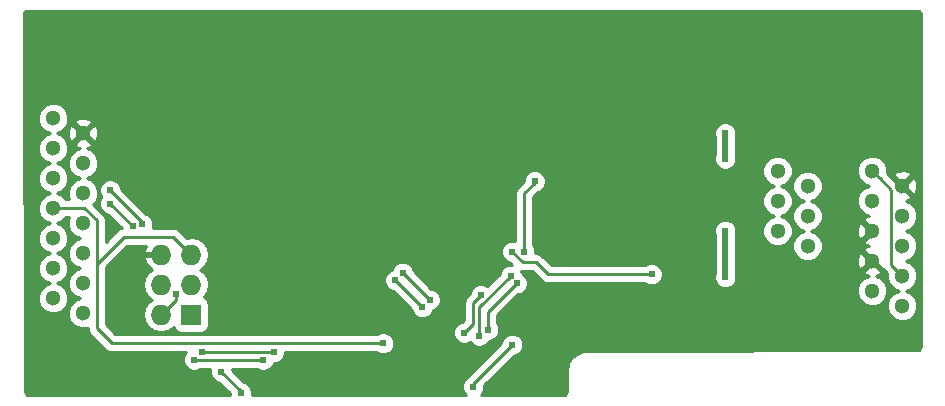
<source format=gbr>
G04 #@! TF.FileFunction,Copper,L2,Bot,Signal*
%FSLAX46Y46*%
G04 Gerber Fmt 4.6, Leading zero omitted, Abs format (unit mm)*
G04 Created by KiCad (PCBNEW 4.0.7-e2-6376~58~ubuntu16.04.1) date Fri Jan 19 22:13:33 2018*
%MOMM*%
%LPD*%
G01*
G04 APERTURE LIST*
%ADD10C,0.100000*%
%ADD11C,1.300000*%
%ADD12R,1.727200X1.727200*%
%ADD13O,1.727200X1.727200*%
%ADD14C,0.609600*%
%ADD15C,0.254000*%
%ADD16C,0.508000*%
G04 APERTURE END LIST*
D10*
D11*
X122047000Y-54864000D03*
X122047000Y-52324000D03*
X122047000Y-49784000D03*
X122047000Y-57404000D03*
X124587000Y-51054000D03*
X124587000Y-53594000D03*
X124587000Y-56134000D03*
X124587000Y-58674000D03*
X122047000Y-59944000D03*
X124587000Y-61214000D03*
X122047000Y-62484000D03*
X124587000Y-63754000D03*
X122047000Y-65024000D03*
X124587000Y-66294000D03*
X191389000Y-59309000D03*
X191389000Y-56769000D03*
X191389000Y-54229000D03*
X191389000Y-61849000D03*
X193929000Y-55499000D03*
X193929000Y-58039000D03*
X193929000Y-60579000D03*
X193929000Y-63119000D03*
X191389000Y-64389000D03*
X193929000Y-65659000D03*
D12*
X133731000Y-66421000D03*
D13*
X131191000Y-66421000D03*
X133731000Y-63881000D03*
X131191000Y-63881000D03*
X133731000Y-61341000D03*
X131191000Y-61341000D03*
D11*
X183388000Y-59309000D03*
X183388000Y-56769000D03*
X183388000Y-54229000D03*
X185928000Y-55499000D03*
X185928000Y-58039000D03*
X185928000Y-60579000D03*
D14*
X132461000Y-64643000D03*
X162814000Y-55118000D03*
X161925000Y-61087000D03*
X158242000Y-64770000D03*
X156845000Y-67945000D03*
X131826000Y-57658000D03*
X133096000Y-51689000D03*
X137160000Y-56388000D03*
X147320000Y-54102000D03*
X175260000Y-50673000D03*
X177165000Y-44831000D03*
X151511000Y-41910000D03*
X150876000Y-49276000D03*
X152781000Y-57658000D03*
X165608000Y-65786000D03*
X170688000Y-54483000D03*
X171450000Y-65532000D03*
X141224000Y-46101000D03*
X138176000Y-41656000D03*
X136271000Y-45720000D03*
X178943000Y-51054000D03*
X178943000Y-53213000D03*
X178943000Y-59309000D03*
X178943000Y-63246000D03*
X128778000Y-58928000D03*
X126873000Y-57023000D03*
X129603500Y-58737500D03*
X126873000Y-55880000D03*
X157607000Y-72517000D03*
X160909000Y-68961000D03*
X161290000Y-63754000D03*
X158877000Y-67691000D03*
X160782000Y-63119000D03*
X158115000Y-68199000D03*
X160909000Y-61087000D03*
X172720000Y-62992000D03*
X136271000Y-71247000D03*
X137922000Y-73025000D03*
X153924000Y-65151000D03*
X151638000Y-62865000D03*
X153289000Y-65786000D03*
X151003000Y-63500000D03*
X149987000Y-68834000D03*
X134620000Y-69596000D03*
X140716000Y-69596000D03*
X133985000Y-70231000D03*
X139827000Y-70231000D03*
D15*
X132461000Y-64643000D02*
X132461000Y-65151000D01*
X132461000Y-65151000D02*
X131191000Y-66421000D01*
X161925000Y-56134000D02*
X162814000Y-55245000D01*
X162814000Y-55245000D02*
X162814000Y-55118000D01*
X161925000Y-61087000D02*
X161925000Y-56134000D01*
X157607000Y-65405000D02*
X158242000Y-64770000D01*
X157607000Y-67183000D02*
X157607000Y-65405000D01*
X156845000Y-67945000D02*
X157607000Y-67183000D01*
X193929000Y-63119000D02*
X192999599Y-62189599D01*
X192999599Y-62189599D02*
X192999599Y-55839599D01*
X192999599Y-55839599D02*
X192038999Y-54878999D01*
X192038999Y-54878999D02*
X191389000Y-54229000D01*
D16*
X178943000Y-53213000D02*
X178943000Y-51054000D01*
X178943000Y-63246000D02*
X178943000Y-59309000D01*
D15*
X126873000Y-57023000D02*
X128778000Y-58928000D01*
X126873000Y-55880000D02*
X129603500Y-58610500D01*
X129603500Y-58610500D02*
X129603500Y-58737500D01*
X157607000Y-72263000D02*
X157607000Y-72517000D01*
X160909000Y-68961000D02*
X160604201Y-69265799D01*
X160604201Y-69265799D02*
X157607000Y-72263000D01*
X161290000Y-63754000D02*
X158877000Y-66167000D01*
X158877000Y-66167000D02*
X158877000Y-67691000D01*
X160782000Y-63119000D02*
X158115000Y-65786000D01*
X158115000Y-65786000D02*
X158115000Y-65913000D01*
X158115000Y-65913000D02*
X158115000Y-68199000D01*
X162941000Y-61976000D02*
X161798000Y-61976000D01*
X161798000Y-61976000D02*
X160909000Y-61087000D01*
X163957000Y-62992000D02*
X162941000Y-61976000D01*
X172288948Y-62992000D02*
X163957000Y-62992000D01*
X172720000Y-62992000D02*
X172288948Y-62992000D01*
X137922000Y-73025000D02*
X137922000Y-72898000D01*
X137922000Y-72898000D02*
X136271000Y-71247000D01*
X151638000Y-62865000D02*
X153924000Y-65151000D01*
X151003000Y-63500000D02*
X153289000Y-65786000D01*
X128016000Y-59817000D02*
X132207000Y-59817000D01*
X132207000Y-59817000D02*
X133731000Y-61341000D01*
X125730000Y-62103000D02*
X128016000Y-59817000D01*
X125730000Y-62484000D02*
X125730000Y-58441486D01*
X125730000Y-67564000D02*
X125730000Y-62484000D01*
X125730000Y-62484000D02*
X125730000Y-62103000D01*
X149987000Y-68834000D02*
X127000000Y-68834000D01*
X122966238Y-57404000D02*
X122047000Y-57404000D01*
X127000000Y-68834000D02*
X125730000Y-67564000D01*
X125730000Y-58441486D02*
X124692514Y-57404000D01*
X124692514Y-57404000D02*
X122966238Y-57404000D01*
X140716000Y-69596000D02*
X134620000Y-69596000D01*
X139827000Y-70231000D02*
X133985000Y-70231000D01*
G36*
X195389179Y-40741477D02*
X195442737Y-40777263D01*
X195478523Y-40830821D01*
X195505000Y-40963931D01*
X195505000Y-69145069D01*
X195478523Y-69278179D01*
X195442737Y-69331737D01*
X195389179Y-69367523D01*
X195254487Y-69394315D01*
X167128802Y-69521007D01*
X167061832Y-69534642D01*
X166653280Y-69602313D01*
X166557770Y-69641875D01*
X166397339Y-69708328D01*
X166108927Y-69901039D01*
X165913039Y-70096927D01*
X165720328Y-70385339D01*
X165679047Y-70485001D01*
X165614313Y-70641280D01*
X165546642Y-70981486D01*
X165546642Y-71051416D01*
X165533000Y-71120000D01*
X165533000Y-72955069D01*
X165506523Y-73088179D01*
X165470737Y-73141737D01*
X165417179Y-73177523D01*
X165284069Y-73204000D01*
X158249039Y-73204000D01*
X158403259Y-73050049D01*
X158546637Y-72704758D01*
X158546902Y-72400728D01*
X161046710Y-69900921D01*
X161095118Y-69900963D01*
X161440659Y-69758188D01*
X161705259Y-69494049D01*
X161848637Y-69148758D01*
X161848963Y-68774882D01*
X161706188Y-68429341D01*
X161442049Y-68164741D01*
X161096758Y-68021363D01*
X160722882Y-68021037D01*
X160377341Y-68163812D01*
X160112741Y-68427951D01*
X159969363Y-68773242D01*
X159969320Y-68823049D01*
X157068185Y-71724185D01*
X157062626Y-71732505D01*
X156810741Y-71983951D01*
X156667363Y-72329242D01*
X156667037Y-72703118D01*
X156809812Y-73048659D01*
X156964882Y-73204000D01*
X138861645Y-73204000D01*
X138861963Y-72838882D01*
X138719188Y-72493341D01*
X138455049Y-72228741D01*
X138241839Y-72140208D01*
X137210921Y-71109291D01*
X137210963Y-71060882D01*
X137182915Y-70993000D01*
X139259752Y-70993000D01*
X139293951Y-71027259D01*
X139639242Y-71170637D01*
X140013118Y-71170963D01*
X140358659Y-71028188D01*
X140623259Y-70764049D01*
X140718036Y-70535802D01*
X140902118Y-70535963D01*
X141247659Y-70393188D01*
X141512259Y-70129049D01*
X141655637Y-69783758D01*
X141655801Y-69596000D01*
X149419752Y-69596000D01*
X149453951Y-69630259D01*
X149799242Y-69773637D01*
X150173118Y-69773963D01*
X150518659Y-69631188D01*
X150783259Y-69367049D01*
X150926637Y-69021758D01*
X150926963Y-68647882D01*
X150784188Y-68302341D01*
X150613264Y-68131118D01*
X155905037Y-68131118D01*
X156047812Y-68476659D01*
X156311951Y-68741259D01*
X156657242Y-68884637D01*
X157031118Y-68884963D01*
X157343145Y-68756036D01*
X157581951Y-68995259D01*
X157927242Y-69138637D01*
X158301118Y-69138963D01*
X158646659Y-68996188D01*
X158911259Y-68732049D01*
X158953274Y-68630867D01*
X159063118Y-68630963D01*
X159408659Y-68488188D01*
X159673259Y-68224049D01*
X159816637Y-67878758D01*
X159816963Y-67504882D01*
X159674188Y-67159341D01*
X159639000Y-67124092D01*
X159639000Y-66482630D01*
X161427710Y-64693921D01*
X161476118Y-64693963D01*
X161598293Y-64643481D01*
X190103777Y-64643481D01*
X190298995Y-65115943D01*
X190660155Y-65477735D01*
X191132276Y-65673777D01*
X191643481Y-65674223D01*
X192115943Y-65479005D01*
X192477735Y-65117845D01*
X192673777Y-64645724D01*
X192674223Y-64134519D01*
X192479005Y-63662057D01*
X192117845Y-63300265D01*
X191681800Y-63119203D01*
X191718428Y-63117083D01*
X192052729Y-62978611D01*
X192108410Y-62748016D01*
X191389000Y-62028605D01*
X190669590Y-62748016D01*
X190725271Y-62978611D01*
X191111860Y-63113139D01*
X190662057Y-63298995D01*
X190300265Y-63660155D01*
X190104223Y-64132276D01*
X190103777Y-64643481D01*
X161598293Y-64643481D01*
X161821659Y-64551188D01*
X162086259Y-64287049D01*
X162229637Y-63941758D01*
X162229963Y-63567882D01*
X162087188Y-63222341D01*
X161823049Y-62957741D01*
X161713426Y-62912221D01*
X161627419Y-62704069D01*
X161798000Y-62738000D01*
X162625370Y-62738000D01*
X163418185Y-63530815D01*
X163665395Y-63695996D01*
X163957000Y-63754000D01*
X172152752Y-63754000D01*
X172186951Y-63788259D01*
X172532242Y-63931637D01*
X172906118Y-63931963D01*
X173251659Y-63789188D01*
X173516259Y-63525049D01*
X173659637Y-63179758D01*
X173659963Y-62805882D01*
X173517188Y-62460341D01*
X173253049Y-62195741D01*
X172907758Y-62052363D01*
X172533882Y-62052037D01*
X172188341Y-62194812D01*
X172153092Y-62230000D01*
X164272630Y-62230000D01*
X163479815Y-61437185D01*
X163392144Y-61378605D01*
X163232605Y-61272004D01*
X162941000Y-61214000D01*
X162864690Y-61214000D01*
X162864963Y-60900882D01*
X162722188Y-60555341D01*
X162687000Y-60520092D01*
X162687000Y-59495118D01*
X178003037Y-59495118D01*
X178054000Y-59618458D01*
X178054000Y-62936295D01*
X178003363Y-63058242D01*
X178003037Y-63432118D01*
X178145812Y-63777659D01*
X178409951Y-64042259D01*
X178755242Y-64185637D01*
X179129118Y-64185963D01*
X179474659Y-64043188D01*
X179739259Y-63779049D01*
X179882637Y-63433758D01*
X179882963Y-63059882D01*
X179832000Y-62936542D01*
X179832000Y-59618705D01*
X179882637Y-59496758D01*
X179882963Y-59122882D01*
X179740188Y-58777341D01*
X179476049Y-58512741D01*
X179130758Y-58369363D01*
X178756882Y-58369037D01*
X178411341Y-58511812D01*
X178146741Y-58775951D01*
X178003363Y-59121242D01*
X178003037Y-59495118D01*
X162687000Y-59495118D01*
X162687000Y-56449630D01*
X163133976Y-56002654D01*
X163345659Y-55915188D01*
X163610259Y-55651049D01*
X163753637Y-55305758D01*
X163753963Y-54931882D01*
X163611188Y-54586341D01*
X163508508Y-54483481D01*
X182102777Y-54483481D01*
X182297995Y-54955943D01*
X182659155Y-55317735D01*
X183096182Y-55499205D01*
X182661057Y-55678995D01*
X182299265Y-56040155D01*
X182103223Y-56512276D01*
X182102777Y-57023481D01*
X182297995Y-57495943D01*
X182659155Y-57857735D01*
X183096182Y-58039205D01*
X182661057Y-58218995D01*
X182299265Y-58580155D01*
X182103223Y-59052276D01*
X182102777Y-59563481D01*
X182297995Y-60035943D01*
X182659155Y-60397735D01*
X183131276Y-60593777D01*
X183642481Y-60594223D01*
X184114943Y-60399005D01*
X184476735Y-60037845D01*
X184672777Y-59565724D01*
X184673223Y-59054519D01*
X184478005Y-58582057D01*
X184116845Y-58220265D01*
X183679818Y-58038795D01*
X184114943Y-57859005D01*
X184476735Y-57497845D01*
X184672777Y-57025724D01*
X184673223Y-56514519D01*
X184478005Y-56042057D01*
X184189934Y-55753481D01*
X184642777Y-55753481D01*
X184837995Y-56225943D01*
X185199155Y-56587735D01*
X185636182Y-56769205D01*
X185201057Y-56948995D01*
X184839265Y-57310155D01*
X184643223Y-57782276D01*
X184642777Y-58293481D01*
X184837995Y-58765943D01*
X185199155Y-59127735D01*
X185636182Y-59309205D01*
X185201057Y-59488995D01*
X184839265Y-59850155D01*
X184643223Y-60322276D01*
X184642777Y-60833481D01*
X184837995Y-61305943D01*
X185199155Y-61667735D01*
X185671276Y-61863777D01*
X186182481Y-61864223D01*
X186654943Y-61669005D01*
X186655871Y-61668078D01*
X190091378Y-61668078D01*
X190120917Y-62178428D01*
X190259389Y-62512729D01*
X190489984Y-62568410D01*
X191209395Y-61849000D01*
X190489984Y-61129590D01*
X190259389Y-61185271D01*
X190091378Y-61668078D01*
X186655871Y-61668078D01*
X187016735Y-61307845D01*
X187212777Y-60835724D01*
X187213223Y-60324519D01*
X187018005Y-59852057D01*
X186656845Y-59490265D01*
X186219818Y-59308795D01*
X186654943Y-59129005D01*
X186655871Y-59128078D01*
X190091378Y-59128078D01*
X190120917Y-59638428D01*
X190259389Y-59972729D01*
X190489984Y-60028410D01*
X191209395Y-59309000D01*
X190489984Y-58589590D01*
X190259389Y-58645271D01*
X190091378Y-59128078D01*
X186655871Y-59128078D01*
X187016735Y-58767845D01*
X187212777Y-58295724D01*
X187213223Y-57784519D01*
X187018005Y-57312057D01*
X186656845Y-56950265D01*
X186219818Y-56768795D01*
X186654943Y-56589005D01*
X187016735Y-56227845D01*
X187212777Y-55755724D01*
X187213223Y-55244519D01*
X187018005Y-54772057D01*
X186729934Y-54483481D01*
X190103777Y-54483481D01*
X190298995Y-54955943D01*
X190660155Y-55317735D01*
X191097182Y-55499205D01*
X190662057Y-55678995D01*
X190300265Y-56040155D01*
X190104223Y-56512276D01*
X190103777Y-57023481D01*
X190298995Y-57495943D01*
X190660155Y-57857735D01*
X191096200Y-58038797D01*
X191059572Y-58040917D01*
X190725271Y-58179389D01*
X190669590Y-58409984D01*
X191389000Y-59129395D01*
X191403142Y-59115252D01*
X191582748Y-59294858D01*
X191568605Y-59309000D01*
X191582748Y-59323142D01*
X191403142Y-59502748D01*
X191389000Y-59488605D01*
X190669590Y-60208016D01*
X190725271Y-60438611D01*
X191123566Y-60577213D01*
X191059572Y-60580917D01*
X190725271Y-60719389D01*
X190669590Y-60949984D01*
X191389000Y-61669395D01*
X191403142Y-61655252D01*
X191582748Y-61834858D01*
X191568605Y-61849000D01*
X192288016Y-62568410D01*
X192344723Y-62554717D01*
X192418589Y-62665265D01*
X192460784Y-62728414D01*
X192644180Y-62911810D01*
X192643777Y-63373481D01*
X192838995Y-63845943D01*
X193200155Y-64207735D01*
X193637182Y-64389205D01*
X193202057Y-64568995D01*
X192840265Y-64930155D01*
X192644223Y-65402276D01*
X192643777Y-65913481D01*
X192838995Y-66385943D01*
X193200155Y-66747735D01*
X193672276Y-66943777D01*
X194183481Y-66944223D01*
X194655943Y-66749005D01*
X195017735Y-66387845D01*
X195213777Y-65915724D01*
X195214223Y-65404519D01*
X195019005Y-64932057D01*
X194657845Y-64570265D01*
X194220818Y-64388795D01*
X194655943Y-64209005D01*
X195017735Y-63847845D01*
X195213777Y-63375724D01*
X195214223Y-62864519D01*
X195019005Y-62392057D01*
X194657845Y-62030265D01*
X194220818Y-61848795D01*
X194655943Y-61669005D01*
X195017735Y-61307845D01*
X195213777Y-60835724D01*
X195214223Y-60324519D01*
X195019005Y-59852057D01*
X194657845Y-59490265D01*
X194220818Y-59308795D01*
X194655943Y-59129005D01*
X195017735Y-58767845D01*
X195213777Y-58295724D01*
X195214223Y-57784519D01*
X195019005Y-57312057D01*
X194657845Y-56950265D01*
X194221800Y-56769203D01*
X194258428Y-56767083D01*
X194592729Y-56628611D01*
X194648410Y-56398016D01*
X193929000Y-55678605D01*
X193914858Y-55692748D01*
X193735253Y-55513143D01*
X193749395Y-55499000D01*
X194108605Y-55499000D01*
X194828016Y-56218410D01*
X195058611Y-56162729D01*
X195226622Y-55679922D01*
X195197083Y-55169572D01*
X195058611Y-54835271D01*
X194828016Y-54779590D01*
X194108605Y-55499000D01*
X193749395Y-55499000D01*
X193029984Y-54779590D01*
X193019703Y-54782073D01*
X192837614Y-54599984D01*
X193209590Y-54599984D01*
X193929000Y-55319395D01*
X194648410Y-54599984D01*
X194592729Y-54369389D01*
X194109922Y-54201378D01*
X193599572Y-54230917D01*
X193265271Y-54369389D01*
X193209590Y-54599984D01*
X192837614Y-54599984D01*
X192673820Y-54436190D01*
X192674223Y-53974519D01*
X192479005Y-53502057D01*
X192117845Y-53140265D01*
X191645724Y-52944223D01*
X191134519Y-52943777D01*
X190662057Y-53138995D01*
X190300265Y-53500155D01*
X190104223Y-53972276D01*
X190103777Y-54483481D01*
X186729934Y-54483481D01*
X186656845Y-54410265D01*
X186184724Y-54214223D01*
X185673519Y-54213777D01*
X185201057Y-54408995D01*
X184839265Y-54770155D01*
X184643223Y-55242276D01*
X184642777Y-55753481D01*
X184189934Y-55753481D01*
X184116845Y-55680265D01*
X183679818Y-55498795D01*
X184114943Y-55319005D01*
X184476735Y-54957845D01*
X184672777Y-54485724D01*
X184673223Y-53974519D01*
X184478005Y-53502057D01*
X184116845Y-53140265D01*
X183644724Y-52944223D01*
X183133519Y-52943777D01*
X182661057Y-53138995D01*
X182299265Y-53500155D01*
X182103223Y-53972276D01*
X182102777Y-54483481D01*
X163508508Y-54483481D01*
X163347049Y-54321741D01*
X163001758Y-54178363D01*
X162627882Y-54178037D01*
X162282341Y-54320812D01*
X162017741Y-54584951D01*
X161874363Y-54930242D01*
X161874209Y-55107161D01*
X161386185Y-55595185D01*
X161221004Y-55842395D01*
X161163000Y-56134000D01*
X161163000Y-60174869D01*
X161096758Y-60147363D01*
X160722882Y-60147037D01*
X160377341Y-60289812D01*
X160112741Y-60553951D01*
X159969363Y-60899242D01*
X159969037Y-61273118D01*
X160111812Y-61618659D01*
X160375951Y-61883259D01*
X160721242Y-62026637D01*
X160771050Y-62026680D01*
X160923693Y-62179323D01*
X160595882Y-62179037D01*
X160250341Y-62321812D01*
X159985741Y-62585951D01*
X159842363Y-62931242D01*
X159842320Y-62981050D01*
X158812306Y-64011063D01*
X158775049Y-63973741D01*
X158429758Y-63830363D01*
X158055882Y-63830037D01*
X157710341Y-63972812D01*
X157445741Y-64236951D01*
X157302363Y-64582242D01*
X157302320Y-64632050D01*
X157068185Y-64866185D01*
X156903004Y-65113395D01*
X156845000Y-65405000D01*
X156845000Y-66867369D01*
X156707290Y-67005079D01*
X156658882Y-67005037D01*
X156313341Y-67147812D01*
X156048741Y-67411951D01*
X155905363Y-67757242D01*
X155905037Y-68131118D01*
X150613264Y-68131118D01*
X150520049Y-68037741D01*
X150174758Y-67894363D01*
X149800882Y-67894037D01*
X149455341Y-68036812D01*
X149420092Y-68072000D01*
X127315631Y-68072000D01*
X126492000Y-67248370D01*
X126492000Y-62418630D01*
X128331631Y-60579000D01*
X129902949Y-60579000D01*
X129736042Y-60981974D01*
X129857183Y-61214000D01*
X131064000Y-61214000D01*
X131064000Y-61194000D01*
X131318000Y-61194000D01*
X131318000Y-61214000D01*
X131338000Y-61214000D01*
X131338000Y-61468000D01*
X131318000Y-61468000D01*
X131318000Y-61488000D01*
X131064000Y-61488000D01*
X131064000Y-61468000D01*
X129857183Y-61468000D01*
X129736042Y-61700026D01*
X129908312Y-62115947D01*
X130302510Y-62547821D01*
X130425228Y-62605336D01*
X130101971Y-62821330D01*
X129777115Y-63307511D01*
X129663041Y-63881000D01*
X129777115Y-64454489D01*
X130101971Y-64940670D01*
X130416752Y-65151000D01*
X130101971Y-65361330D01*
X129777115Y-65847511D01*
X129663041Y-66421000D01*
X129777115Y-66994489D01*
X130101971Y-67480670D01*
X130588152Y-67805526D01*
X131161641Y-67919600D01*
X131220359Y-67919600D01*
X131793848Y-67805526D01*
X132259442Y-67494426D01*
X132264238Y-67519917D01*
X132403310Y-67736041D01*
X132615510Y-67881031D01*
X132867400Y-67932040D01*
X134594600Y-67932040D01*
X134829917Y-67887762D01*
X135046041Y-67748690D01*
X135191031Y-67536490D01*
X135242040Y-67284600D01*
X135242040Y-65557400D01*
X135197762Y-65322083D01*
X135058690Y-65105959D01*
X134846490Y-64960969D01*
X134802869Y-64952136D01*
X134820029Y-64940670D01*
X135144885Y-64454489D01*
X135258959Y-63881000D01*
X135220195Y-63686118D01*
X150063037Y-63686118D01*
X150205812Y-64031659D01*
X150469951Y-64296259D01*
X150815242Y-64439637D01*
X150865050Y-64439680D01*
X152349079Y-65923710D01*
X152349037Y-65972118D01*
X152491812Y-66317659D01*
X152755951Y-66582259D01*
X153101242Y-66725637D01*
X153475118Y-66725963D01*
X153820659Y-66583188D01*
X154085259Y-66319049D01*
X154194436Y-66056124D01*
X154455659Y-65948188D01*
X154720259Y-65684049D01*
X154863637Y-65338758D01*
X154863963Y-64964882D01*
X154721188Y-64619341D01*
X154457049Y-64354741D01*
X154111758Y-64211363D01*
X154061950Y-64211320D01*
X152577921Y-62727291D01*
X152577963Y-62678882D01*
X152435188Y-62333341D01*
X152171049Y-62068741D01*
X151825758Y-61925363D01*
X151451882Y-61925037D01*
X151106341Y-62067812D01*
X150841741Y-62331951D01*
X150732564Y-62594876D01*
X150471341Y-62702812D01*
X150206741Y-62966951D01*
X150063363Y-63312242D01*
X150063037Y-63686118D01*
X135220195Y-63686118D01*
X135144885Y-63307511D01*
X134820029Y-62821330D01*
X134505248Y-62611000D01*
X134820029Y-62400670D01*
X135144885Y-61914489D01*
X135258959Y-61341000D01*
X135144885Y-60767511D01*
X134820029Y-60281330D01*
X134333848Y-59956474D01*
X133760359Y-59842400D01*
X133701641Y-59842400D01*
X133375003Y-59907372D01*
X132745815Y-59278185D01*
X132658144Y-59219605D01*
X132498605Y-59113004D01*
X132207000Y-59055000D01*
X130489263Y-59055000D01*
X130543137Y-58925258D01*
X130543463Y-58551382D01*
X130400688Y-58205841D01*
X130136549Y-57941241D01*
X129923337Y-57852707D01*
X127812921Y-55742291D01*
X127812963Y-55693882D01*
X127670188Y-55348341D01*
X127406049Y-55083741D01*
X127060758Y-54940363D01*
X126686882Y-54940037D01*
X126341341Y-55082812D01*
X126076741Y-55346951D01*
X125933363Y-55692242D01*
X125933037Y-56066118D01*
X126075812Y-56411659D01*
X126115422Y-56451338D01*
X126076741Y-56489951D01*
X125933363Y-56835242D01*
X125933037Y-57209118D01*
X126075812Y-57554659D01*
X126339951Y-57819259D01*
X126685242Y-57962637D01*
X126735050Y-57962680D01*
X127838079Y-59065709D01*
X127838058Y-59090395D01*
X127724395Y-59113004D01*
X127477184Y-59278185D01*
X126492000Y-60263369D01*
X126492000Y-58441486D01*
X126433996Y-58149881D01*
X126325855Y-57988037D01*
X126268816Y-57902671D01*
X125452167Y-57086023D01*
X125675735Y-56862845D01*
X125871777Y-56390724D01*
X125872223Y-55879519D01*
X125677005Y-55407057D01*
X125315845Y-55045265D01*
X124878818Y-54863795D01*
X125313943Y-54684005D01*
X125675735Y-54322845D01*
X125871777Y-53850724D01*
X125872223Y-53339519D01*
X125677005Y-52867057D01*
X125315845Y-52505265D01*
X124879800Y-52324203D01*
X124916428Y-52322083D01*
X125250729Y-52183611D01*
X125306410Y-51953016D01*
X124587000Y-51233605D01*
X123867590Y-51953016D01*
X123923271Y-52183611D01*
X124309860Y-52318139D01*
X123860057Y-52503995D01*
X123498265Y-52865155D01*
X123302223Y-53337276D01*
X123301777Y-53848481D01*
X123496995Y-54320943D01*
X123858155Y-54682735D01*
X124295182Y-54864205D01*
X123860057Y-55043995D01*
X123498265Y-55405155D01*
X123302223Y-55877276D01*
X123301777Y-56388481D01*
X123406529Y-56642000D01*
X123102009Y-56642000D01*
X122775845Y-56315265D01*
X122338818Y-56133795D01*
X122773943Y-55954005D01*
X123135735Y-55592845D01*
X123331777Y-55120724D01*
X123332223Y-54609519D01*
X123137005Y-54137057D01*
X122775845Y-53775265D01*
X122338818Y-53593795D01*
X122773943Y-53414005D01*
X123135735Y-53052845D01*
X123331777Y-52580724D01*
X123332223Y-52069519D01*
X123137005Y-51597057D01*
X122775845Y-51235265D01*
X122338818Y-51053795D01*
X122773943Y-50874005D01*
X122774871Y-50873078D01*
X123289378Y-50873078D01*
X123318917Y-51383428D01*
X123457389Y-51717729D01*
X123687984Y-51773410D01*
X124407395Y-51054000D01*
X124766605Y-51054000D01*
X125486016Y-51773410D01*
X125716611Y-51717729D01*
X125882813Y-51240118D01*
X178003037Y-51240118D01*
X178054000Y-51363458D01*
X178054000Y-52903295D01*
X178003363Y-53025242D01*
X178003037Y-53399118D01*
X178145812Y-53744659D01*
X178409951Y-54009259D01*
X178755242Y-54152637D01*
X179129118Y-54152963D01*
X179474659Y-54010188D01*
X179739259Y-53746049D01*
X179882637Y-53400758D01*
X179882963Y-53026882D01*
X179832000Y-52903542D01*
X179832000Y-51363705D01*
X179882637Y-51241758D01*
X179882963Y-50867882D01*
X179740188Y-50522341D01*
X179476049Y-50257741D01*
X179130758Y-50114363D01*
X178756882Y-50114037D01*
X178411341Y-50256812D01*
X178146741Y-50520951D01*
X178003363Y-50866242D01*
X178003037Y-51240118D01*
X125882813Y-51240118D01*
X125884622Y-51234922D01*
X125855083Y-50724572D01*
X125716611Y-50390271D01*
X125486016Y-50334590D01*
X124766605Y-51054000D01*
X124407395Y-51054000D01*
X123687984Y-50334590D01*
X123457389Y-50390271D01*
X123289378Y-50873078D01*
X122774871Y-50873078D01*
X123135735Y-50512845D01*
X123284332Y-50154984D01*
X123867590Y-50154984D01*
X124587000Y-50874395D01*
X125306410Y-50154984D01*
X125250729Y-49924389D01*
X124767922Y-49756378D01*
X124257572Y-49785917D01*
X123923271Y-49924389D01*
X123867590Y-50154984D01*
X123284332Y-50154984D01*
X123331777Y-50040724D01*
X123332223Y-49529519D01*
X123137005Y-49057057D01*
X122775845Y-48695265D01*
X122303724Y-48499223D01*
X121792519Y-48498777D01*
X121320057Y-48693995D01*
X120958265Y-49055155D01*
X120762223Y-49527276D01*
X120761777Y-50038481D01*
X120956995Y-50510943D01*
X121318155Y-50872735D01*
X121755182Y-51054205D01*
X121320057Y-51233995D01*
X120958265Y-51595155D01*
X120762223Y-52067276D01*
X120761777Y-52578481D01*
X120956995Y-53050943D01*
X121318155Y-53412735D01*
X121755182Y-53594205D01*
X121320057Y-53773995D01*
X120958265Y-54135155D01*
X120762223Y-54607276D01*
X120761777Y-55118481D01*
X120956995Y-55590943D01*
X121318155Y-55952735D01*
X121755182Y-56134205D01*
X121320057Y-56313995D01*
X120958265Y-56675155D01*
X120762223Y-57147276D01*
X120761777Y-57658481D01*
X120956995Y-58130943D01*
X121318155Y-58492735D01*
X121755182Y-58674205D01*
X121320057Y-58853995D01*
X120958265Y-59215155D01*
X120762223Y-59687276D01*
X120761777Y-60198481D01*
X120956995Y-60670943D01*
X121318155Y-61032735D01*
X121755182Y-61214205D01*
X121320057Y-61393995D01*
X120958265Y-61755155D01*
X120762223Y-62227276D01*
X120761777Y-62738481D01*
X120956995Y-63210943D01*
X121318155Y-63572735D01*
X121755182Y-63754205D01*
X121320057Y-63933995D01*
X120958265Y-64295155D01*
X120762223Y-64767276D01*
X120761777Y-65278481D01*
X120956995Y-65750943D01*
X121318155Y-66112735D01*
X121790276Y-66308777D01*
X122301481Y-66309223D01*
X122773943Y-66114005D01*
X123135735Y-65752845D01*
X123331777Y-65280724D01*
X123332223Y-64769519D01*
X123137005Y-64297057D01*
X122775845Y-63935265D01*
X122338818Y-63753795D01*
X122773943Y-63574005D01*
X123135735Y-63212845D01*
X123331777Y-62740724D01*
X123332223Y-62229519D01*
X123137005Y-61757057D01*
X122775845Y-61395265D01*
X122338818Y-61213795D01*
X122773943Y-61034005D01*
X123135735Y-60672845D01*
X123331777Y-60200724D01*
X123332223Y-59689519D01*
X123137005Y-59217057D01*
X122775845Y-58855265D01*
X122338818Y-58673795D01*
X122773943Y-58494005D01*
X123102522Y-58166000D01*
X123406562Y-58166000D01*
X123302223Y-58417276D01*
X123301777Y-58928481D01*
X123496995Y-59400943D01*
X123858155Y-59762735D01*
X124295182Y-59944205D01*
X123860057Y-60123995D01*
X123498265Y-60485155D01*
X123302223Y-60957276D01*
X123301777Y-61468481D01*
X123496995Y-61940943D01*
X123858155Y-62302735D01*
X124295182Y-62484205D01*
X123860057Y-62663995D01*
X123498265Y-63025155D01*
X123302223Y-63497276D01*
X123301777Y-64008481D01*
X123496995Y-64480943D01*
X123858155Y-64842735D01*
X124295182Y-65024205D01*
X123860057Y-65203995D01*
X123498265Y-65565155D01*
X123302223Y-66037276D01*
X123301777Y-66548481D01*
X123496995Y-67020943D01*
X123858155Y-67382735D01*
X124330276Y-67578777D01*
X124841481Y-67579223D01*
X124968000Y-67526946D01*
X124968000Y-67564000D01*
X125026004Y-67855605D01*
X125147083Y-68036812D01*
X125191185Y-68102815D01*
X126461184Y-69372815D01*
X126642624Y-69494049D01*
X126708395Y-69537996D01*
X127000000Y-69596000D01*
X133290870Y-69596000D01*
X133188741Y-69697951D01*
X133045363Y-70043242D01*
X133045037Y-70417118D01*
X133187812Y-70762659D01*
X133451951Y-71027259D01*
X133797242Y-71170637D01*
X134171118Y-71170963D01*
X134516659Y-71028188D01*
X134551908Y-70993000D01*
X135358869Y-70993000D01*
X135331363Y-71059242D01*
X135331037Y-71433118D01*
X135473812Y-71778659D01*
X135737951Y-72043259D01*
X136083242Y-72186637D01*
X136133050Y-72186680D01*
X136982190Y-73035821D01*
X136982043Y-73204000D01*
X119957931Y-73204000D01*
X119824821Y-73177523D01*
X119771263Y-73141737D01*
X119735477Y-73088179D01*
X119708723Y-72953677D01*
X119582276Y-40962543D01*
X119608477Y-40830821D01*
X119644263Y-40777263D01*
X119697821Y-40741477D01*
X119830931Y-40715000D01*
X195256069Y-40715000D01*
X195389179Y-40741477D01*
X195389179Y-40741477D01*
G37*
X195389179Y-40741477D02*
X195442737Y-40777263D01*
X195478523Y-40830821D01*
X195505000Y-40963931D01*
X195505000Y-69145069D01*
X195478523Y-69278179D01*
X195442737Y-69331737D01*
X195389179Y-69367523D01*
X195254487Y-69394315D01*
X167128802Y-69521007D01*
X167061832Y-69534642D01*
X166653280Y-69602313D01*
X166557770Y-69641875D01*
X166397339Y-69708328D01*
X166108927Y-69901039D01*
X165913039Y-70096927D01*
X165720328Y-70385339D01*
X165679047Y-70485001D01*
X165614313Y-70641280D01*
X165546642Y-70981486D01*
X165546642Y-71051416D01*
X165533000Y-71120000D01*
X165533000Y-72955069D01*
X165506523Y-73088179D01*
X165470737Y-73141737D01*
X165417179Y-73177523D01*
X165284069Y-73204000D01*
X158249039Y-73204000D01*
X158403259Y-73050049D01*
X158546637Y-72704758D01*
X158546902Y-72400728D01*
X161046710Y-69900921D01*
X161095118Y-69900963D01*
X161440659Y-69758188D01*
X161705259Y-69494049D01*
X161848637Y-69148758D01*
X161848963Y-68774882D01*
X161706188Y-68429341D01*
X161442049Y-68164741D01*
X161096758Y-68021363D01*
X160722882Y-68021037D01*
X160377341Y-68163812D01*
X160112741Y-68427951D01*
X159969363Y-68773242D01*
X159969320Y-68823049D01*
X157068185Y-71724185D01*
X157062626Y-71732505D01*
X156810741Y-71983951D01*
X156667363Y-72329242D01*
X156667037Y-72703118D01*
X156809812Y-73048659D01*
X156964882Y-73204000D01*
X138861645Y-73204000D01*
X138861963Y-72838882D01*
X138719188Y-72493341D01*
X138455049Y-72228741D01*
X138241839Y-72140208D01*
X137210921Y-71109291D01*
X137210963Y-71060882D01*
X137182915Y-70993000D01*
X139259752Y-70993000D01*
X139293951Y-71027259D01*
X139639242Y-71170637D01*
X140013118Y-71170963D01*
X140358659Y-71028188D01*
X140623259Y-70764049D01*
X140718036Y-70535802D01*
X140902118Y-70535963D01*
X141247659Y-70393188D01*
X141512259Y-70129049D01*
X141655637Y-69783758D01*
X141655801Y-69596000D01*
X149419752Y-69596000D01*
X149453951Y-69630259D01*
X149799242Y-69773637D01*
X150173118Y-69773963D01*
X150518659Y-69631188D01*
X150783259Y-69367049D01*
X150926637Y-69021758D01*
X150926963Y-68647882D01*
X150784188Y-68302341D01*
X150613264Y-68131118D01*
X155905037Y-68131118D01*
X156047812Y-68476659D01*
X156311951Y-68741259D01*
X156657242Y-68884637D01*
X157031118Y-68884963D01*
X157343145Y-68756036D01*
X157581951Y-68995259D01*
X157927242Y-69138637D01*
X158301118Y-69138963D01*
X158646659Y-68996188D01*
X158911259Y-68732049D01*
X158953274Y-68630867D01*
X159063118Y-68630963D01*
X159408659Y-68488188D01*
X159673259Y-68224049D01*
X159816637Y-67878758D01*
X159816963Y-67504882D01*
X159674188Y-67159341D01*
X159639000Y-67124092D01*
X159639000Y-66482630D01*
X161427710Y-64693921D01*
X161476118Y-64693963D01*
X161598293Y-64643481D01*
X190103777Y-64643481D01*
X190298995Y-65115943D01*
X190660155Y-65477735D01*
X191132276Y-65673777D01*
X191643481Y-65674223D01*
X192115943Y-65479005D01*
X192477735Y-65117845D01*
X192673777Y-64645724D01*
X192674223Y-64134519D01*
X192479005Y-63662057D01*
X192117845Y-63300265D01*
X191681800Y-63119203D01*
X191718428Y-63117083D01*
X192052729Y-62978611D01*
X192108410Y-62748016D01*
X191389000Y-62028605D01*
X190669590Y-62748016D01*
X190725271Y-62978611D01*
X191111860Y-63113139D01*
X190662057Y-63298995D01*
X190300265Y-63660155D01*
X190104223Y-64132276D01*
X190103777Y-64643481D01*
X161598293Y-64643481D01*
X161821659Y-64551188D01*
X162086259Y-64287049D01*
X162229637Y-63941758D01*
X162229963Y-63567882D01*
X162087188Y-63222341D01*
X161823049Y-62957741D01*
X161713426Y-62912221D01*
X161627419Y-62704069D01*
X161798000Y-62738000D01*
X162625370Y-62738000D01*
X163418185Y-63530815D01*
X163665395Y-63695996D01*
X163957000Y-63754000D01*
X172152752Y-63754000D01*
X172186951Y-63788259D01*
X172532242Y-63931637D01*
X172906118Y-63931963D01*
X173251659Y-63789188D01*
X173516259Y-63525049D01*
X173659637Y-63179758D01*
X173659963Y-62805882D01*
X173517188Y-62460341D01*
X173253049Y-62195741D01*
X172907758Y-62052363D01*
X172533882Y-62052037D01*
X172188341Y-62194812D01*
X172153092Y-62230000D01*
X164272630Y-62230000D01*
X163479815Y-61437185D01*
X163392144Y-61378605D01*
X163232605Y-61272004D01*
X162941000Y-61214000D01*
X162864690Y-61214000D01*
X162864963Y-60900882D01*
X162722188Y-60555341D01*
X162687000Y-60520092D01*
X162687000Y-59495118D01*
X178003037Y-59495118D01*
X178054000Y-59618458D01*
X178054000Y-62936295D01*
X178003363Y-63058242D01*
X178003037Y-63432118D01*
X178145812Y-63777659D01*
X178409951Y-64042259D01*
X178755242Y-64185637D01*
X179129118Y-64185963D01*
X179474659Y-64043188D01*
X179739259Y-63779049D01*
X179882637Y-63433758D01*
X179882963Y-63059882D01*
X179832000Y-62936542D01*
X179832000Y-59618705D01*
X179882637Y-59496758D01*
X179882963Y-59122882D01*
X179740188Y-58777341D01*
X179476049Y-58512741D01*
X179130758Y-58369363D01*
X178756882Y-58369037D01*
X178411341Y-58511812D01*
X178146741Y-58775951D01*
X178003363Y-59121242D01*
X178003037Y-59495118D01*
X162687000Y-59495118D01*
X162687000Y-56449630D01*
X163133976Y-56002654D01*
X163345659Y-55915188D01*
X163610259Y-55651049D01*
X163753637Y-55305758D01*
X163753963Y-54931882D01*
X163611188Y-54586341D01*
X163508508Y-54483481D01*
X182102777Y-54483481D01*
X182297995Y-54955943D01*
X182659155Y-55317735D01*
X183096182Y-55499205D01*
X182661057Y-55678995D01*
X182299265Y-56040155D01*
X182103223Y-56512276D01*
X182102777Y-57023481D01*
X182297995Y-57495943D01*
X182659155Y-57857735D01*
X183096182Y-58039205D01*
X182661057Y-58218995D01*
X182299265Y-58580155D01*
X182103223Y-59052276D01*
X182102777Y-59563481D01*
X182297995Y-60035943D01*
X182659155Y-60397735D01*
X183131276Y-60593777D01*
X183642481Y-60594223D01*
X184114943Y-60399005D01*
X184476735Y-60037845D01*
X184672777Y-59565724D01*
X184673223Y-59054519D01*
X184478005Y-58582057D01*
X184116845Y-58220265D01*
X183679818Y-58038795D01*
X184114943Y-57859005D01*
X184476735Y-57497845D01*
X184672777Y-57025724D01*
X184673223Y-56514519D01*
X184478005Y-56042057D01*
X184189934Y-55753481D01*
X184642777Y-55753481D01*
X184837995Y-56225943D01*
X185199155Y-56587735D01*
X185636182Y-56769205D01*
X185201057Y-56948995D01*
X184839265Y-57310155D01*
X184643223Y-57782276D01*
X184642777Y-58293481D01*
X184837995Y-58765943D01*
X185199155Y-59127735D01*
X185636182Y-59309205D01*
X185201057Y-59488995D01*
X184839265Y-59850155D01*
X184643223Y-60322276D01*
X184642777Y-60833481D01*
X184837995Y-61305943D01*
X185199155Y-61667735D01*
X185671276Y-61863777D01*
X186182481Y-61864223D01*
X186654943Y-61669005D01*
X186655871Y-61668078D01*
X190091378Y-61668078D01*
X190120917Y-62178428D01*
X190259389Y-62512729D01*
X190489984Y-62568410D01*
X191209395Y-61849000D01*
X190489984Y-61129590D01*
X190259389Y-61185271D01*
X190091378Y-61668078D01*
X186655871Y-61668078D01*
X187016735Y-61307845D01*
X187212777Y-60835724D01*
X187213223Y-60324519D01*
X187018005Y-59852057D01*
X186656845Y-59490265D01*
X186219818Y-59308795D01*
X186654943Y-59129005D01*
X186655871Y-59128078D01*
X190091378Y-59128078D01*
X190120917Y-59638428D01*
X190259389Y-59972729D01*
X190489984Y-60028410D01*
X191209395Y-59309000D01*
X190489984Y-58589590D01*
X190259389Y-58645271D01*
X190091378Y-59128078D01*
X186655871Y-59128078D01*
X187016735Y-58767845D01*
X187212777Y-58295724D01*
X187213223Y-57784519D01*
X187018005Y-57312057D01*
X186656845Y-56950265D01*
X186219818Y-56768795D01*
X186654943Y-56589005D01*
X187016735Y-56227845D01*
X187212777Y-55755724D01*
X187213223Y-55244519D01*
X187018005Y-54772057D01*
X186729934Y-54483481D01*
X190103777Y-54483481D01*
X190298995Y-54955943D01*
X190660155Y-55317735D01*
X191097182Y-55499205D01*
X190662057Y-55678995D01*
X190300265Y-56040155D01*
X190104223Y-56512276D01*
X190103777Y-57023481D01*
X190298995Y-57495943D01*
X190660155Y-57857735D01*
X191096200Y-58038797D01*
X191059572Y-58040917D01*
X190725271Y-58179389D01*
X190669590Y-58409984D01*
X191389000Y-59129395D01*
X191403142Y-59115252D01*
X191582748Y-59294858D01*
X191568605Y-59309000D01*
X191582748Y-59323142D01*
X191403142Y-59502748D01*
X191389000Y-59488605D01*
X190669590Y-60208016D01*
X190725271Y-60438611D01*
X191123566Y-60577213D01*
X191059572Y-60580917D01*
X190725271Y-60719389D01*
X190669590Y-60949984D01*
X191389000Y-61669395D01*
X191403142Y-61655252D01*
X191582748Y-61834858D01*
X191568605Y-61849000D01*
X192288016Y-62568410D01*
X192344723Y-62554717D01*
X192418589Y-62665265D01*
X192460784Y-62728414D01*
X192644180Y-62911810D01*
X192643777Y-63373481D01*
X192838995Y-63845943D01*
X193200155Y-64207735D01*
X193637182Y-64389205D01*
X193202057Y-64568995D01*
X192840265Y-64930155D01*
X192644223Y-65402276D01*
X192643777Y-65913481D01*
X192838995Y-66385943D01*
X193200155Y-66747735D01*
X193672276Y-66943777D01*
X194183481Y-66944223D01*
X194655943Y-66749005D01*
X195017735Y-66387845D01*
X195213777Y-65915724D01*
X195214223Y-65404519D01*
X195019005Y-64932057D01*
X194657845Y-64570265D01*
X194220818Y-64388795D01*
X194655943Y-64209005D01*
X195017735Y-63847845D01*
X195213777Y-63375724D01*
X195214223Y-62864519D01*
X195019005Y-62392057D01*
X194657845Y-62030265D01*
X194220818Y-61848795D01*
X194655943Y-61669005D01*
X195017735Y-61307845D01*
X195213777Y-60835724D01*
X195214223Y-60324519D01*
X195019005Y-59852057D01*
X194657845Y-59490265D01*
X194220818Y-59308795D01*
X194655943Y-59129005D01*
X195017735Y-58767845D01*
X195213777Y-58295724D01*
X195214223Y-57784519D01*
X195019005Y-57312057D01*
X194657845Y-56950265D01*
X194221800Y-56769203D01*
X194258428Y-56767083D01*
X194592729Y-56628611D01*
X194648410Y-56398016D01*
X193929000Y-55678605D01*
X193914858Y-55692748D01*
X193735253Y-55513143D01*
X193749395Y-55499000D01*
X194108605Y-55499000D01*
X194828016Y-56218410D01*
X195058611Y-56162729D01*
X195226622Y-55679922D01*
X195197083Y-55169572D01*
X195058611Y-54835271D01*
X194828016Y-54779590D01*
X194108605Y-55499000D01*
X193749395Y-55499000D01*
X193029984Y-54779590D01*
X193019703Y-54782073D01*
X192837614Y-54599984D01*
X193209590Y-54599984D01*
X193929000Y-55319395D01*
X194648410Y-54599984D01*
X194592729Y-54369389D01*
X194109922Y-54201378D01*
X193599572Y-54230917D01*
X193265271Y-54369389D01*
X193209590Y-54599984D01*
X192837614Y-54599984D01*
X192673820Y-54436190D01*
X192674223Y-53974519D01*
X192479005Y-53502057D01*
X192117845Y-53140265D01*
X191645724Y-52944223D01*
X191134519Y-52943777D01*
X190662057Y-53138995D01*
X190300265Y-53500155D01*
X190104223Y-53972276D01*
X190103777Y-54483481D01*
X186729934Y-54483481D01*
X186656845Y-54410265D01*
X186184724Y-54214223D01*
X185673519Y-54213777D01*
X185201057Y-54408995D01*
X184839265Y-54770155D01*
X184643223Y-55242276D01*
X184642777Y-55753481D01*
X184189934Y-55753481D01*
X184116845Y-55680265D01*
X183679818Y-55498795D01*
X184114943Y-55319005D01*
X184476735Y-54957845D01*
X184672777Y-54485724D01*
X184673223Y-53974519D01*
X184478005Y-53502057D01*
X184116845Y-53140265D01*
X183644724Y-52944223D01*
X183133519Y-52943777D01*
X182661057Y-53138995D01*
X182299265Y-53500155D01*
X182103223Y-53972276D01*
X182102777Y-54483481D01*
X163508508Y-54483481D01*
X163347049Y-54321741D01*
X163001758Y-54178363D01*
X162627882Y-54178037D01*
X162282341Y-54320812D01*
X162017741Y-54584951D01*
X161874363Y-54930242D01*
X161874209Y-55107161D01*
X161386185Y-55595185D01*
X161221004Y-55842395D01*
X161163000Y-56134000D01*
X161163000Y-60174869D01*
X161096758Y-60147363D01*
X160722882Y-60147037D01*
X160377341Y-60289812D01*
X160112741Y-60553951D01*
X159969363Y-60899242D01*
X159969037Y-61273118D01*
X160111812Y-61618659D01*
X160375951Y-61883259D01*
X160721242Y-62026637D01*
X160771050Y-62026680D01*
X160923693Y-62179323D01*
X160595882Y-62179037D01*
X160250341Y-62321812D01*
X159985741Y-62585951D01*
X159842363Y-62931242D01*
X159842320Y-62981050D01*
X158812306Y-64011063D01*
X158775049Y-63973741D01*
X158429758Y-63830363D01*
X158055882Y-63830037D01*
X157710341Y-63972812D01*
X157445741Y-64236951D01*
X157302363Y-64582242D01*
X157302320Y-64632050D01*
X157068185Y-64866185D01*
X156903004Y-65113395D01*
X156845000Y-65405000D01*
X156845000Y-66867369D01*
X156707290Y-67005079D01*
X156658882Y-67005037D01*
X156313341Y-67147812D01*
X156048741Y-67411951D01*
X155905363Y-67757242D01*
X155905037Y-68131118D01*
X150613264Y-68131118D01*
X150520049Y-68037741D01*
X150174758Y-67894363D01*
X149800882Y-67894037D01*
X149455341Y-68036812D01*
X149420092Y-68072000D01*
X127315631Y-68072000D01*
X126492000Y-67248370D01*
X126492000Y-62418630D01*
X128331631Y-60579000D01*
X129902949Y-60579000D01*
X129736042Y-60981974D01*
X129857183Y-61214000D01*
X131064000Y-61214000D01*
X131064000Y-61194000D01*
X131318000Y-61194000D01*
X131318000Y-61214000D01*
X131338000Y-61214000D01*
X131338000Y-61468000D01*
X131318000Y-61468000D01*
X131318000Y-61488000D01*
X131064000Y-61488000D01*
X131064000Y-61468000D01*
X129857183Y-61468000D01*
X129736042Y-61700026D01*
X129908312Y-62115947D01*
X130302510Y-62547821D01*
X130425228Y-62605336D01*
X130101971Y-62821330D01*
X129777115Y-63307511D01*
X129663041Y-63881000D01*
X129777115Y-64454489D01*
X130101971Y-64940670D01*
X130416752Y-65151000D01*
X130101971Y-65361330D01*
X129777115Y-65847511D01*
X129663041Y-66421000D01*
X129777115Y-66994489D01*
X130101971Y-67480670D01*
X130588152Y-67805526D01*
X131161641Y-67919600D01*
X131220359Y-67919600D01*
X131793848Y-67805526D01*
X132259442Y-67494426D01*
X132264238Y-67519917D01*
X132403310Y-67736041D01*
X132615510Y-67881031D01*
X132867400Y-67932040D01*
X134594600Y-67932040D01*
X134829917Y-67887762D01*
X135046041Y-67748690D01*
X135191031Y-67536490D01*
X135242040Y-67284600D01*
X135242040Y-65557400D01*
X135197762Y-65322083D01*
X135058690Y-65105959D01*
X134846490Y-64960969D01*
X134802869Y-64952136D01*
X134820029Y-64940670D01*
X135144885Y-64454489D01*
X135258959Y-63881000D01*
X135220195Y-63686118D01*
X150063037Y-63686118D01*
X150205812Y-64031659D01*
X150469951Y-64296259D01*
X150815242Y-64439637D01*
X150865050Y-64439680D01*
X152349079Y-65923710D01*
X152349037Y-65972118D01*
X152491812Y-66317659D01*
X152755951Y-66582259D01*
X153101242Y-66725637D01*
X153475118Y-66725963D01*
X153820659Y-66583188D01*
X154085259Y-66319049D01*
X154194436Y-66056124D01*
X154455659Y-65948188D01*
X154720259Y-65684049D01*
X154863637Y-65338758D01*
X154863963Y-64964882D01*
X154721188Y-64619341D01*
X154457049Y-64354741D01*
X154111758Y-64211363D01*
X154061950Y-64211320D01*
X152577921Y-62727291D01*
X152577963Y-62678882D01*
X152435188Y-62333341D01*
X152171049Y-62068741D01*
X151825758Y-61925363D01*
X151451882Y-61925037D01*
X151106341Y-62067812D01*
X150841741Y-62331951D01*
X150732564Y-62594876D01*
X150471341Y-62702812D01*
X150206741Y-62966951D01*
X150063363Y-63312242D01*
X150063037Y-63686118D01*
X135220195Y-63686118D01*
X135144885Y-63307511D01*
X134820029Y-62821330D01*
X134505248Y-62611000D01*
X134820029Y-62400670D01*
X135144885Y-61914489D01*
X135258959Y-61341000D01*
X135144885Y-60767511D01*
X134820029Y-60281330D01*
X134333848Y-59956474D01*
X133760359Y-59842400D01*
X133701641Y-59842400D01*
X133375003Y-59907372D01*
X132745815Y-59278185D01*
X132658144Y-59219605D01*
X132498605Y-59113004D01*
X132207000Y-59055000D01*
X130489263Y-59055000D01*
X130543137Y-58925258D01*
X130543463Y-58551382D01*
X130400688Y-58205841D01*
X130136549Y-57941241D01*
X129923337Y-57852707D01*
X127812921Y-55742291D01*
X127812963Y-55693882D01*
X127670188Y-55348341D01*
X127406049Y-55083741D01*
X127060758Y-54940363D01*
X126686882Y-54940037D01*
X126341341Y-55082812D01*
X126076741Y-55346951D01*
X125933363Y-55692242D01*
X125933037Y-56066118D01*
X126075812Y-56411659D01*
X126115422Y-56451338D01*
X126076741Y-56489951D01*
X125933363Y-56835242D01*
X125933037Y-57209118D01*
X126075812Y-57554659D01*
X126339951Y-57819259D01*
X126685242Y-57962637D01*
X126735050Y-57962680D01*
X127838079Y-59065709D01*
X127838058Y-59090395D01*
X127724395Y-59113004D01*
X127477184Y-59278185D01*
X126492000Y-60263369D01*
X126492000Y-58441486D01*
X126433996Y-58149881D01*
X126325855Y-57988037D01*
X126268816Y-57902671D01*
X125452167Y-57086023D01*
X125675735Y-56862845D01*
X125871777Y-56390724D01*
X125872223Y-55879519D01*
X125677005Y-55407057D01*
X125315845Y-55045265D01*
X124878818Y-54863795D01*
X125313943Y-54684005D01*
X125675735Y-54322845D01*
X125871777Y-53850724D01*
X125872223Y-53339519D01*
X125677005Y-52867057D01*
X125315845Y-52505265D01*
X124879800Y-52324203D01*
X124916428Y-52322083D01*
X125250729Y-52183611D01*
X125306410Y-51953016D01*
X124587000Y-51233605D01*
X123867590Y-51953016D01*
X123923271Y-52183611D01*
X124309860Y-52318139D01*
X123860057Y-52503995D01*
X123498265Y-52865155D01*
X123302223Y-53337276D01*
X123301777Y-53848481D01*
X123496995Y-54320943D01*
X123858155Y-54682735D01*
X124295182Y-54864205D01*
X123860057Y-55043995D01*
X123498265Y-55405155D01*
X123302223Y-55877276D01*
X123301777Y-56388481D01*
X123406529Y-56642000D01*
X123102009Y-56642000D01*
X122775845Y-56315265D01*
X122338818Y-56133795D01*
X122773943Y-55954005D01*
X123135735Y-55592845D01*
X123331777Y-55120724D01*
X123332223Y-54609519D01*
X123137005Y-54137057D01*
X122775845Y-53775265D01*
X122338818Y-53593795D01*
X122773943Y-53414005D01*
X123135735Y-53052845D01*
X123331777Y-52580724D01*
X123332223Y-52069519D01*
X123137005Y-51597057D01*
X122775845Y-51235265D01*
X122338818Y-51053795D01*
X122773943Y-50874005D01*
X122774871Y-50873078D01*
X123289378Y-50873078D01*
X123318917Y-51383428D01*
X123457389Y-51717729D01*
X123687984Y-51773410D01*
X124407395Y-51054000D01*
X124766605Y-51054000D01*
X125486016Y-51773410D01*
X125716611Y-51717729D01*
X125882813Y-51240118D01*
X178003037Y-51240118D01*
X178054000Y-51363458D01*
X178054000Y-52903295D01*
X178003363Y-53025242D01*
X178003037Y-53399118D01*
X178145812Y-53744659D01*
X178409951Y-54009259D01*
X178755242Y-54152637D01*
X179129118Y-54152963D01*
X179474659Y-54010188D01*
X179739259Y-53746049D01*
X179882637Y-53400758D01*
X179882963Y-53026882D01*
X179832000Y-52903542D01*
X179832000Y-51363705D01*
X179882637Y-51241758D01*
X179882963Y-50867882D01*
X179740188Y-50522341D01*
X179476049Y-50257741D01*
X179130758Y-50114363D01*
X178756882Y-50114037D01*
X178411341Y-50256812D01*
X178146741Y-50520951D01*
X178003363Y-50866242D01*
X178003037Y-51240118D01*
X125882813Y-51240118D01*
X125884622Y-51234922D01*
X125855083Y-50724572D01*
X125716611Y-50390271D01*
X125486016Y-50334590D01*
X124766605Y-51054000D01*
X124407395Y-51054000D01*
X123687984Y-50334590D01*
X123457389Y-50390271D01*
X123289378Y-50873078D01*
X122774871Y-50873078D01*
X123135735Y-50512845D01*
X123284332Y-50154984D01*
X123867590Y-50154984D01*
X124587000Y-50874395D01*
X125306410Y-50154984D01*
X125250729Y-49924389D01*
X124767922Y-49756378D01*
X124257572Y-49785917D01*
X123923271Y-49924389D01*
X123867590Y-50154984D01*
X123284332Y-50154984D01*
X123331777Y-50040724D01*
X123332223Y-49529519D01*
X123137005Y-49057057D01*
X122775845Y-48695265D01*
X122303724Y-48499223D01*
X121792519Y-48498777D01*
X121320057Y-48693995D01*
X120958265Y-49055155D01*
X120762223Y-49527276D01*
X120761777Y-50038481D01*
X120956995Y-50510943D01*
X121318155Y-50872735D01*
X121755182Y-51054205D01*
X121320057Y-51233995D01*
X120958265Y-51595155D01*
X120762223Y-52067276D01*
X120761777Y-52578481D01*
X120956995Y-53050943D01*
X121318155Y-53412735D01*
X121755182Y-53594205D01*
X121320057Y-53773995D01*
X120958265Y-54135155D01*
X120762223Y-54607276D01*
X120761777Y-55118481D01*
X120956995Y-55590943D01*
X121318155Y-55952735D01*
X121755182Y-56134205D01*
X121320057Y-56313995D01*
X120958265Y-56675155D01*
X120762223Y-57147276D01*
X120761777Y-57658481D01*
X120956995Y-58130943D01*
X121318155Y-58492735D01*
X121755182Y-58674205D01*
X121320057Y-58853995D01*
X120958265Y-59215155D01*
X120762223Y-59687276D01*
X120761777Y-60198481D01*
X120956995Y-60670943D01*
X121318155Y-61032735D01*
X121755182Y-61214205D01*
X121320057Y-61393995D01*
X120958265Y-61755155D01*
X120762223Y-62227276D01*
X120761777Y-62738481D01*
X120956995Y-63210943D01*
X121318155Y-63572735D01*
X121755182Y-63754205D01*
X121320057Y-63933995D01*
X120958265Y-64295155D01*
X120762223Y-64767276D01*
X120761777Y-65278481D01*
X120956995Y-65750943D01*
X121318155Y-66112735D01*
X121790276Y-66308777D01*
X122301481Y-66309223D01*
X122773943Y-66114005D01*
X123135735Y-65752845D01*
X123331777Y-65280724D01*
X123332223Y-64769519D01*
X123137005Y-64297057D01*
X122775845Y-63935265D01*
X122338818Y-63753795D01*
X122773943Y-63574005D01*
X123135735Y-63212845D01*
X123331777Y-62740724D01*
X123332223Y-62229519D01*
X123137005Y-61757057D01*
X122775845Y-61395265D01*
X122338818Y-61213795D01*
X122773943Y-61034005D01*
X123135735Y-60672845D01*
X123331777Y-60200724D01*
X123332223Y-59689519D01*
X123137005Y-59217057D01*
X122775845Y-58855265D01*
X122338818Y-58673795D01*
X122773943Y-58494005D01*
X123102522Y-58166000D01*
X123406562Y-58166000D01*
X123302223Y-58417276D01*
X123301777Y-58928481D01*
X123496995Y-59400943D01*
X123858155Y-59762735D01*
X124295182Y-59944205D01*
X123860057Y-60123995D01*
X123498265Y-60485155D01*
X123302223Y-60957276D01*
X123301777Y-61468481D01*
X123496995Y-61940943D01*
X123858155Y-62302735D01*
X124295182Y-62484205D01*
X123860057Y-62663995D01*
X123498265Y-63025155D01*
X123302223Y-63497276D01*
X123301777Y-64008481D01*
X123496995Y-64480943D01*
X123858155Y-64842735D01*
X124295182Y-65024205D01*
X123860057Y-65203995D01*
X123498265Y-65565155D01*
X123302223Y-66037276D01*
X123301777Y-66548481D01*
X123496995Y-67020943D01*
X123858155Y-67382735D01*
X124330276Y-67578777D01*
X124841481Y-67579223D01*
X124968000Y-67526946D01*
X124968000Y-67564000D01*
X125026004Y-67855605D01*
X125147083Y-68036812D01*
X125191185Y-68102815D01*
X126461184Y-69372815D01*
X126642624Y-69494049D01*
X126708395Y-69537996D01*
X127000000Y-69596000D01*
X133290870Y-69596000D01*
X133188741Y-69697951D01*
X133045363Y-70043242D01*
X133045037Y-70417118D01*
X133187812Y-70762659D01*
X133451951Y-71027259D01*
X133797242Y-71170637D01*
X134171118Y-71170963D01*
X134516659Y-71028188D01*
X134551908Y-70993000D01*
X135358869Y-70993000D01*
X135331363Y-71059242D01*
X135331037Y-71433118D01*
X135473812Y-71778659D01*
X135737951Y-72043259D01*
X136083242Y-72186637D01*
X136133050Y-72186680D01*
X136982190Y-73035821D01*
X136982043Y-73204000D01*
X119957931Y-73204000D01*
X119824821Y-73177523D01*
X119771263Y-73141737D01*
X119735477Y-73088179D01*
X119708723Y-72953677D01*
X119582276Y-40962543D01*
X119608477Y-40830821D01*
X119644263Y-40777263D01*
X119697821Y-40741477D01*
X119830931Y-40715000D01*
X195256069Y-40715000D01*
X195389179Y-40741477D01*
M02*

</source>
